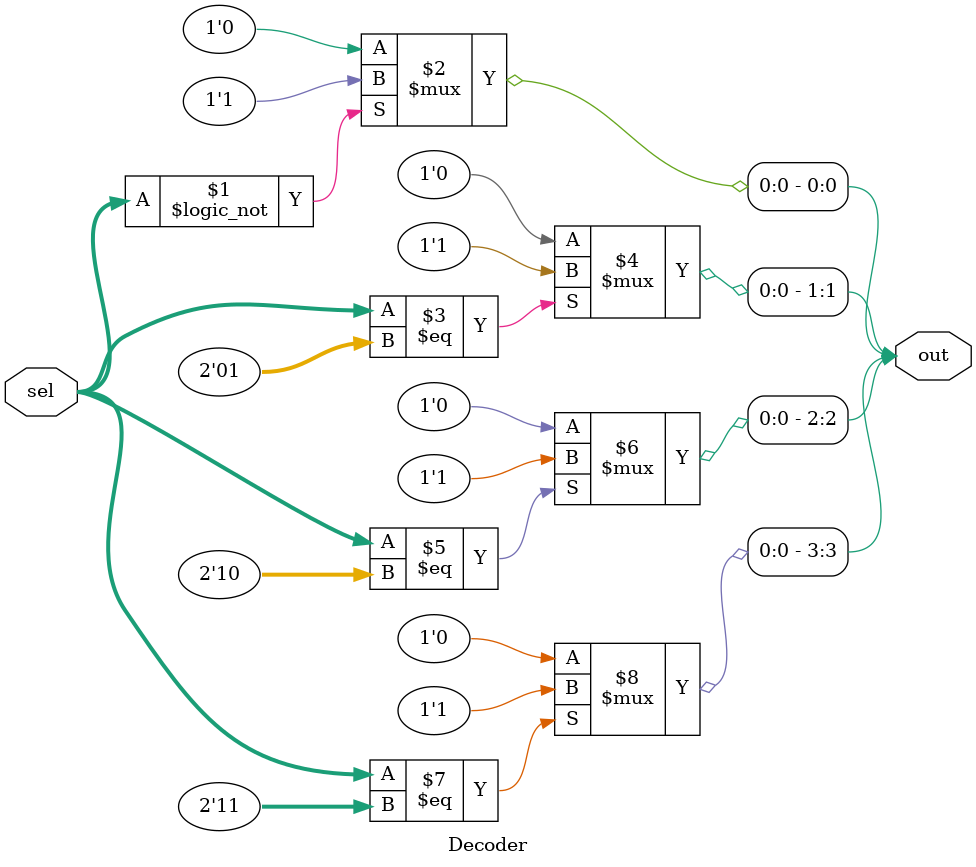
<source format=v>
module Decoder(input [1:0] sel, output [3:0] out);
  assign out[0] = (sel == 2'b00) ? 1'b1 : 1'b0;
  assign out[1] = (sel == 2'b01) ? 1'b1 : 1'b0;
  assign out[2] = (sel == 2'b10) ? 1'b1 : 1'b0;
  assign out[3] = (sel == 2'b11) ? 1'b1 : 1'b0;
endmodule
//This Verilog code represents a 2-to-4 decoder. The sel input selects one of the four output lines (out) based on its binary value.

</source>
